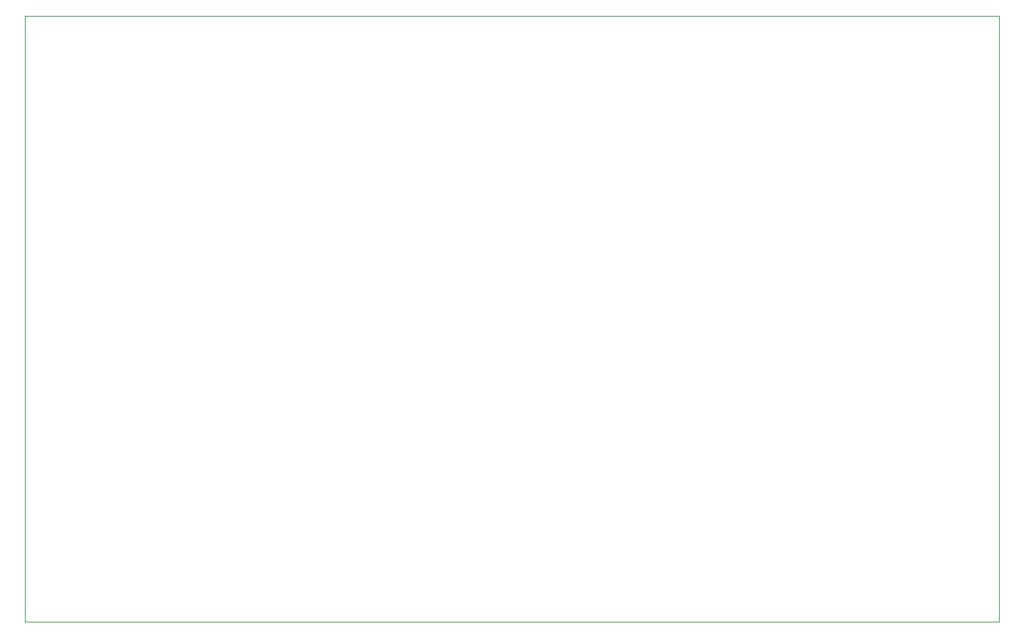
<source format=gbr>
%TF.GenerationSoftware,KiCad,Pcbnew,(7.0.0-0)*%
%TF.CreationDate,2023-03-23T21:01:42+01:00*%
%TF.ProjectId,SimpleECG_v0,53696d70-6c65-4454-9347-5f76302e6b69,rev?*%
%TF.SameCoordinates,Original*%
%TF.FileFunction,Profile,NP*%
%FSLAX46Y46*%
G04 Gerber Fmt 4.6, Leading zero omitted, Abs format (unit mm)*
G04 Created by KiCad (PCBNEW (7.0.0-0)) date 2023-03-23 21:01:42*
%MOMM*%
%LPD*%
G01*
G04 APERTURE LIST*
%TA.AperFunction,Profile*%
%ADD10C,0.100000*%
%TD*%
G04 APERTURE END LIST*
D10*
X53300000Y-19000000D02*
X172300000Y-19000000D01*
X172300000Y-19000000D02*
X172300000Y-93000000D01*
X172300000Y-93000000D02*
X53300000Y-93000000D01*
X53300000Y-93000000D02*
X53300000Y-19000000D01*
M02*

</source>
